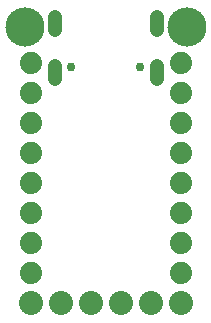
<source format=gbr>
G04 EAGLE Gerber RS-274X export*
G75*
%MOMM*%
%FSLAX34Y34*%
%LPD*%
%INSoldermask Bottom*%
%IPPOS*%
%AMOC8*
5,1,8,0,0,1.08239X$1,22.5*%
G01*
%ADD10C,2.032000*%
%ADD11C,1.879600*%
%ADD12C,3.317600*%
%ADD13C,1.209600*%
%ADD14C,0.751600*%


D10*
X25400Y25400D03*
X50800Y25400D03*
X76200Y25400D03*
X101600Y25400D03*
X127000Y25400D03*
X152400Y25400D03*
D11*
X25400Y228600D03*
X25400Y203200D03*
X25400Y177800D03*
X25400Y152400D03*
X25400Y127000D03*
X25400Y101600D03*
X25400Y76200D03*
X25400Y50800D03*
X152400Y50800D03*
X152400Y76200D03*
X152400Y101600D03*
X152400Y127000D03*
X152400Y152400D03*
X152400Y177800D03*
X152400Y203200D03*
X152400Y228600D03*
D12*
X157480Y259080D03*
X20320Y259080D03*
D13*
X132100Y256750D02*
X132100Y267830D01*
X45700Y267830D02*
X45700Y256750D01*
X45700Y226030D02*
X45700Y214950D01*
X132100Y214950D02*
X132100Y226030D01*
D14*
X60000Y225490D03*
X117800Y225490D03*
M02*

</source>
